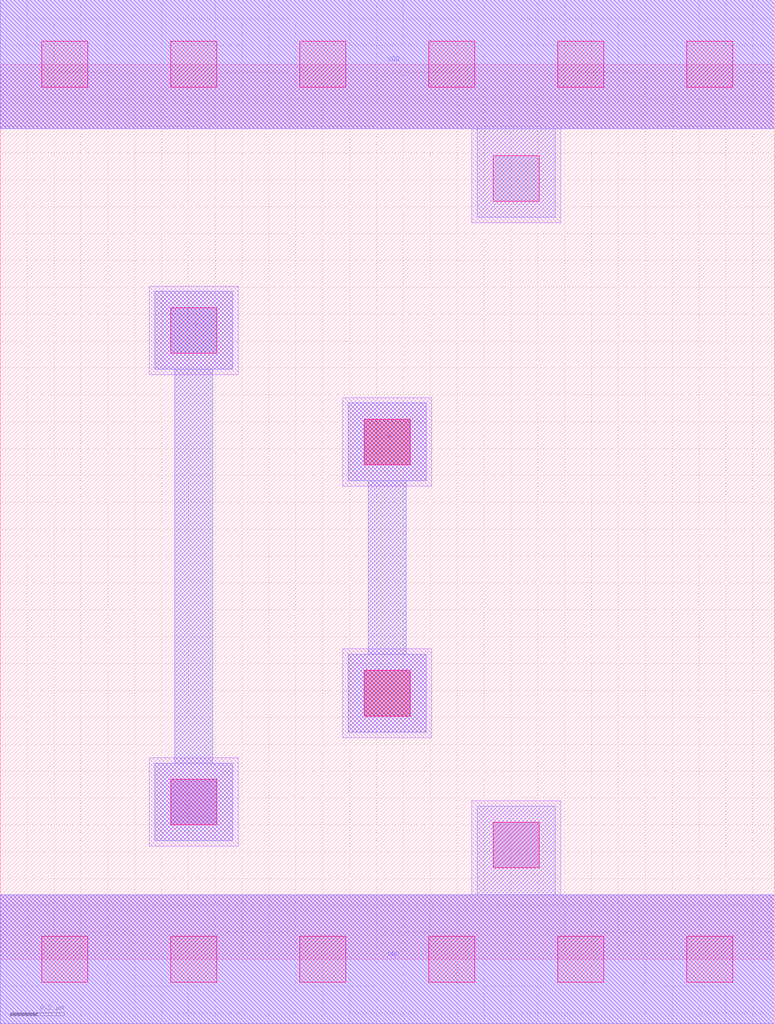
<source format=lef>
MACRO INVX2
 CLASS CORE ;
 FOREIGN INVX2 0 0 ;
 SIZE 2.88 BY 3.33 ;
 ORIGIN 0 0 ;
 SYMMETRY X Y R90 ;
 SITE unit ;
  PIN VDD
   DIRECTION INOUT ;
   USE POWER ;
   SHAPE ABUTMENT ;
    PORT
     CLASS CORE ;
       LAYER li1 ;
        RECT 0.00000000 3.09000000 2.88000000 3.57000000 ;
       LAYER met1 ;
        RECT 0.00000000 3.09000000 2.88000000 3.57000000 ;
    END
  END VDD

  PIN GND
   DIRECTION INOUT ;
   USE POWER ;
   SHAPE ABUTMENT ;
    PORT
     CLASS CORE ;
       LAYER li1 ;
        RECT 0.00000000 -0.24000000 2.88000000 0.24000000 ;
       LAYER met1 ;
        RECT 0.00000000 -0.24000000 2.88000000 0.24000000 ;
    END
  END GND

  PIN Y
   DIRECTION INOUT ;
   USE SIGNAL ;
   SHAPE ABUTMENT ;
    PORT
     CLASS CORE ;
       LAYER met1 ;
        RECT 0.57500000 0.44000000 0.86500000 0.73000000 ;
        RECT 0.65000000 0.73000000 0.79000000 2.19500000 ;
        RECT 0.57500000 2.19500000 0.86500000 2.48500000 ;
    END
  END Y

  PIN A
   DIRECTION INOUT ;
   USE SIGNAL ;
   SHAPE ABUTMENT ;
    PORT
     CLASS CORE ;
       LAYER met1 ;
        RECT 1.29500000 0.84500000 1.58500000 1.13500000 ;
        RECT 1.37000000 1.13500000 1.51000000 1.78000000 ;
        RECT 1.29500000 1.78000000 1.58500000 2.07000000 ;
    END
  END A

 OBS
    LAYER polycont ;
     RECT 1.35500000 0.90500000 1.52500000 1.07500000 ;
     RECT 1.35500000 1.84000000 1.52500000 2.01000000 ;

    LAYER pdiffc ;
     RECT 0.63500000 2.25500000 0.80500000 2.42500000 ;
     RECT 1.83500000 2.82000000 2.00500000 2.99000000 ;

    LAYER ndiffc ;
     RECT 1.83500000 0.34000000 2.00500000 0.51000000 ;
     RECT 0.63500000 0.50000000 0.80500000 0.67000000 ;

    LAYER li1 ;
     RECT 0.00000000 -0.24000000 2.88000000 0.24000000 ;
     RECT 1.75500000 0.24000000 2.08500000 0.59000000 ;
     RECT 0.55500000 0.42000000 0.88500000 0.75000000 ;
     RECT 1.27500000 0.82500000 1.60500000 1.15500000 ;
     RECT 1.27500000 1.76000000 1.60500000 2.09000000 ;
     RECT 0.55500000 2.17500000 0.88500000 2.50500000 ;
     RECT 1.75500000 2.74000000 2.08500000 3.09000000 ;
     RECT 0.00000000 3.09000000 2.88000000 3.57000000 ;

    LAYER viali ;
     RECT 0.15500000 -0.08500000 0.32500000 0.08500000 ;
     RECT 0.63500000 -0.08500000 0.80500000 0.08500000 ;
     RECT 1.11500000 -0.08500000 1.28500000 0.08500000 ;
     RECT 1.59500000 -0.08500000 1.76500000 0.08500000 ;
     RECT 2.07500000 -0.08500000 2.24500000 0.08500000 ;
     RECT 2.55500000 -0.08500000 2.72500000 0.08500000 ;
     RECT 1.83500000 0.34000000 2.00500000 0.51000000 ;
     RECT 0.63500000 0.50000000 0.80500000 0.67000000 ;
     RECT 1.35500000 0.90500000 1.52500000 1.07500000 ;
     RECT 1.35500000 1.84000000 1.52500000 2.01000000 ;
     RECT 0.63500000 2.25500000 0.80500000 2.42500000 ;
     RECT 1.83500000 2.82000000 2.00500000 2.99000000 ;
     RECT 0.15500000 3.24500000 0.32500000 3.41500000 ;
     RECT 0.63500000 3.24500000 0.80500000 3.41500000 ;
     RECT 1.11500000 3.24500000 1.28500000 3.41500000 ;
     RECT 1.59500000 3.24500000 1.76500000 3.41500000 ;
     RECT 2.07500000 3.24500000 2.24500000 3.41500000 ;
     RECT 2.55500000 3.24500000 2.72500000 3.41500000 ;

    LAYER met1 ;
     RECT 0.00000000 -0.24000000 2.88000000 0.24000000 ;
     RECT 1.77500000 0.24000000 2.06500000 0.57000000 ;
     RECT 1.29500000 0.84500000 1.58500000 1.13500000 ;
     RECT 1.37000000 1.13500000 1.51000000 1.78000000 ;
     RECT 1.29500000 1.78000000 1.58500000 2.07000000 ;
     RECT 0.57500000 0.44000000 0.86500000 0.73000000 ;
     RECT 0.65000000 0.73000000 0.79000000 2.19500000 ;
     RECT 0.57500000 2.19500000 0.86500000 2.48500000 ;
     RECT 1.77500000 2.76000000 2.06500000 3.09000000 ;
     RECT 0.00000000 3.09000000 2.88000000 3.57000000 ;

 END
END INVX2

</source>
